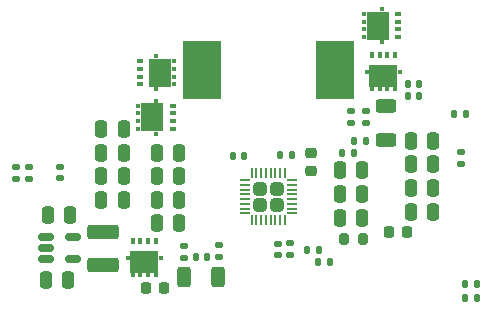
<source format=gbp>
%TF.GenerationSoftware,KiCad,Pcbnew,(6.0.9)*%
%TF.CreationDate,2023-02-02T10:15:23+01:00*%
%TF.ProjectId,BatteryManagementBoard,42617474-6572-4794-9d61-6e6167656d65,rev?*%
%TF.SameCoordinates,Original*%
%TF.FileFunction,Paste,Bot*%
%TF.FilePolarity,Positive*%
%FSLAX46Y46*%
G04 Gerber Fmt 4.6, Leading zero omitted, Abs format (unit mm)*
G04 Created by KiCad (PCBNEW (6.0.9)) date 2023-02-02 10:15:23*
%MOMM*%
%LPD*%
G01*
G04 APERTURE LIST*
G04 Aperture macros list*
%AMRoundRect*
0 Rectangle with rounded corners*
0 $1 Rounding radius*
0 $2 $3 $4 $5 $6 $7 $8 $9 X,Y pos of 4 corners*
0 Add a 4 corners polygon primitive as box body*
4,1,4,$2,$3,$4,$5,$6,$7,$8,$9,$2,$3,0*
0 Add four circle primitives for the rounded corners*
1,1,$1+$1,$2,$3*
1,1,$1+$1,$4,$5*
1,1,$1+$1,$6,$7*
1,1,$1+$1,$8,$9*
0 Add four rect primitives between the rounded corners*
20,1,$1+$1,$2,$3,$4,$5,0*
20,1,$1+$1,$4,$5,$6,$7,0*
20,1,$1+$1,$6,$7,$8,$9,0*
20,1,$1+$1,$8,$9,$2,$3,0*%
G04 Aperture macros list end*
%ADD10RoundRect,0.135000X-0.185000X0.135000X-0.185000X-0.135000X0.185000X-0.135000X0.185000X0.135000X0*%
%ADD11RoundRect,0.135000X-0.135000X-0.185000X0.135000X-0.185000X0.135000X0.185000X-0.135000X0.185000X0*%
%ADD12RoundRect,0.250000X-0.250000X-0.475000X0.250000X-0.475000X0.250000X0.475000X-0.250000X0.475000X0*%
%ADD13RoundRect,0.250000X0.250000X0.475000X-0.250000X0.475000X-0.250000X-0.475000X0.250000X-0.475000X0*%
%ADD14R,0.430000X0.380000*%
%ADD15R,0.300000X0.400000*%
%ADD16R,1.980000X2.450000*%
%ADD17R,0.500000X0.350000*%
%ADD18RoundRect,0.140000X-0.170000X0.140000X-0.170000X-0.140000X0.170000X-0.140000X0.170000X0.140000X0*%
%ADD19RoundRect,0.135000X0.185000X-0.135000X0.185000X0.135000X-0.185000X0.135000X-0.185000X-0.135000X0*%
%ADD20RoundRect,0.225000X0.225000X0.250000X-0.225000X0.250000X-0.225000X-0.250000X0.225000X-0.250000X0*%
%ADD21RoundRect,0.250000X0.315000X0.315000X-0.315000X0.315000X-0.315000X-0.315000X0.315000X-0.315000X0*%
%ADD22RoundRect,0.050000X0.337500X0.050000X-0.337500X0.050000X-0.337500X-0.050000X0.337500X-0.050000X0*%
%ADD23RoundRect,0.050000X0.050000X0.337500X-0.050000X0.337500X-0.050000X-0.337500X0.050000X-0.337500X0*%
%ADD24R,3.250000X5.000000*%
%ADD25RoundRect,0.225000X0.250000X-0.225000X0.250000X0.225000X-0.250000X0.225000X-0.250000X-0.225000X0*%
%ADD26R,0.380000X0.430000*%
%ADD27R,0.400000X0.300000*%
%ADD28R,2.450000X1.980000*%
%ADD29R,0.350000X0.500000*%
%ADD30RoundRect,0.140000X0.140000X0.170000X-0.140000X0.170000X-0.140000X-0.170000X0.140000X-0.170000X0*%
%ADD31RoundRect,0.135000X0.135000X0.185000X-0.135000X0.185000X-0.135000X-0.185000X0.135000X-0.185000X0*%
%ADD32RoundRect,0.250000X0.625000X-0.312500X0.625000X0.312500X-0.625000X0.312500X-0.625000X-0.312500X0*%
%ADD33RoundRect,0.140000X0.170000X-0.140000X0.170000X0.140000X-0.170000X0.140000X-0.170000X-0.140000X0*%
%ADD34RoundRect,0.218750X0.218750X0.256250X-0.218750X0.256250X-0.218750X-0.256250X0.218750X-0.256250X0*%
%ADD35RoundRect,0.140000X-0.140000X-0.170000X0.140000X-0.170000X0.140000X0.170000X-0.140000X0.170000X0*%
%ADD36RoundRect,0.250000X-0.312500X-0.625000X0.312500X-0.625000X0.312500X0.625000X-0.312500X0.625000X0*%
%ADD37RoundRect,0.250000X1.075000X-0.375000X1.075000X0.375000X-1.075000X0.375000X-1.075000X-0.375000X0*%
%ADD38RoundRect,0.150000X-0.512500X-0.150000X0.512500X-0.150000X0.512500X0.150000X-0.512500X0.150000X0*%
%ADD39RoundRect,0.200000X0.200000X0.275000X-0.200000X0.275000X-0.200000X-0.275000X0.200000X-0.275000X0*%
G04 APERTURE END LIST*
D10*
X129700000Y-100190000D03*
X129700000Y-101210000D03*
D11*
X165720000Y-95710000D03*
X166740000Y-95710000D03*
D12*
X162050000Y-100000000D03*
X163950000Y-100000000D03*
D11*
X157240000Y-98000000D03*
X158260000Y-98000000D03*
D13*
X133250000Y-104300000D03*
X131350000Y-104300000D03*
D14*
X159610000Y-86850000D03*
X159610000Y-89650000D03*
D15*
X158110000Y-87275000D03*
X158110000Y-89225000D03*
X158110000Y-87925000D03*
X158110000Y-88575000D03*
D16*
X159250000Y-88250000D03*
D17*
X161010000Y-89225000D03*
X161010000Y-88575000D03*
X161010000Y-87275000D03*
X161010000Y-87925000D03*
D18*
X150800000Y-106720000D03*
X150800000Y-107680000D03*
D12*
X162050000Y-104000000D03*
X163950000Y-104000000D03*
D13*
X142450000Y-105000000D03*
X140550000Y-105000000D03*
D15*
X139000000Y-96975000D03*
X139000000Y-95025000D03*
X139000000Y-95675000D03*
D14*
X140500000Y-97400000D03*
D16*
X140140000Y-96000000D03*
D14*
X140500000Y-94600000D03*
D15*
X139000000Y-96325000D03*
D17*
X141900000Y-96975000D03*
X141900000Y-95675000D03*
X141900000Y-95025000D03*
X141900000Y-96325000D03*
D13*
X157950000Y-102500000D03*
X156050000Y-102500000D03*
D11*
X166690000Y-111300000D03*
X167710000Y-111300000D03*
D19*
X151800000Y-107710000D03*
X151800000Y-106690000D03*
D10*
X166300000Y-98990000D03*
X166300000Y-100010000D03*
D12*
X131150000Y-109800000D03*
X133050000Y-109800000D03*
D20*
X141175000Y-110500000D03*
X139625000Y-110500000D03*
D12*
X162050000Y-98000000D03*
X163950000Y-98000000D03*
X135850000Y-103000000D03*
X137750000Y-103000000D03*
D21*
X150700000Y-103450000D03*
X149300000Y-102050000D03*
X150700000Y-102050000D03*
X149300000Y-103450000D03*
D22*
X151987500Y-101350000D03*
X151987500Y-101750000D03*
X151987500Y-102150000D03*
X151987500Y-102550000D03*
X151987500Y-102950000D03*
X151987500Y-103350000D03*
X151987500Y-103750000D03*
X151987500Y-104150000D03*
D23*
X151400000Y-104737500D03*
X151000000Y-104737500D03*
X150600000Y-104737500D03*
X150200000Y-104737500D03*
X149800000Y-104737500D03*
X149400000Y-104737500D03*
X149000000Y-104737500D03*
X148600000Y-104737500D03*
D22*
X148012500Y-104150000D03*
X148012500Y-103750000D03*
X148012500Y-103350000D03*
X148012500Y-102950000D03*
X148012500Y-102550000D03*
X148012500Y-102150000D03*
X148012500Y-101750000D03*
X148012500Y-101350000D03*
D23*
X148600000Y-100762500D03*
X149000000Y-100762500D03*
X149400000Y-100762500D03*
X149800000Y-100762500D03*
X150200000Y-100762500D03*
X150600000Y-100762500D03*
X151000000Y-100762500D03*
X151400000Y-100762500D03*
D12*
X162050000Y-102000000D03*
X163950000Y-102000000D03*
D11*
X166690000Y-110100000D03*
X167710000Y-110100000D03*
D24*
X155625000Y-92000000D03*
X144375000Y-92000000D03*
D13*
X142450000Y-99000000D03*
X140550000Y-99000000D03*
X142450000Y-103000000D03*
X140550000Y-103000000D03*
D25*
X153600000Y-100575000D03*
X153600000Y-99025000D03*
D26*
X138100000Y-107890000D03*
D27*
X140475000Y-109390000D03*
X138525000Y-109390000D03*
D26*
X140900000Y-107890000D03*
D27*
X139175000Y-109390000D03*
X139825000Y-109390000D03*
D28*
X139500000Y-108250000D03*
D29*
X140475000Y-106490000D03*
X139175000Y-106490000D03*
X138525000Y-106490000D03*
X139825000Y-106490000D03*
D30*
X157230000Y-99000000D03*
X156270000Y-99000000D03*
D31*
X154260000Y-107250000D03*
X153240000Y-107250000D03*
D10*
X145800000Y-106790000D03*
X145800000Y-107810000D03*
D32*
X160000000Y-97962500D03*
X160000000Y-95037500D03*
D33*
X157000000Y-96480000D03*
X157000000Y-95520000D03*
D34*
X161787500Y-105750000D03*
X160212500Y-105750000D03*
D35*
X161820000Y-93200000D03*
X162780000Y-93200000D03*
D13*
X157950000Y-104500000D03*
X156050000Y-104500000D03*
D12*
X135850000Y-101000000D03*
X137750000Y-101000000D03*
D35*
X147020000Y-99250000D03*
X147980000Y-99250000D03*
D33*
X132400000Y-101180000D03*
X132400000Y-100220000D03*
D19*
X158250000Y-96510000D03*
X158250000Y-95490000D03*
D36*
X142837500Y-109500000D03*
X145762500Y-109500000D03*
D27*
X158775000Y-93640000D03*
D26*
X161150000Y-92140000D03*
D27*
X160725000Y-93640000D03*
X160075000Y-93640000D03*
X159425000Y-93640000D03*
D26*
X158350000Y-92140000D03*
D28*
X159750000Y-92500000D03*
D29*
X160725000Y-90740000D03*
X158775000Y-90740000D03*
X160075000Y-90740000D03*
X159425000Y-90740000D03*
D37*
X136000000Y-108500000D03*
X136000000Y-105700000D03*
D30*
X151980000Y-99200000D03*
X151020000Y-99200000D03*
D38*
X131212500Y-108012500D03*
X131212500Y-107062500D03*
X131212500Y-106112500D03*
X133487500Y-106112500D03*
X133487500Y-108012500D03*
D16*
X140860000Y-92250000D03*
D14*
X140500000Y-93650000D03*
D15*
X142000000Y-91275000D03*
D14*
X140500000Y-90850000D03*
D15*
X142000000Y-93225000D03*
X142000000Y-92575000D03*
X142000000Y-91925000D03*
D17*
X139100000Y-91275000D03*
X139100000Y-91925000D03*
X139100000Y-93225000D03*
X139100000Y-92575000D03*
D12*
X135850000Y-97000000D03*
X137750000Y-97000000D03*
D31*
X155260000Y-108250000D03*
X154240000Y-108250000D03*
D39*
X158025000Y-106300000D03*
X156375000Y-106300000D03*
D13*
X157950000Y-100500000D03*
X156050000Y-100500000D03*
D35*
X143840000Y-107800000D03*
X144800000Y-107800000D03*
D10*
X128600000Y-100190000D03*
X128600000Y-101210000D03*
D13*
X142450000Y-101000000D03*
X140550000Y-101000000D03*
D35*
X161820000Y-94200000D03*
X162780000Y-94200000D03*
D12*
X135850000Y-99000000D03*
X137750000Y-99000000D03*
D10*
X142900000Y-106890000D03*
X142900000Y-107910000D03*
M02*

</source>
